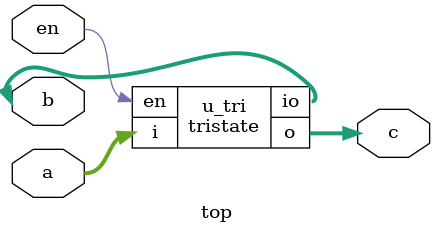
<source format=v>
module tristate (en, i, io, o);
    input en;
    input [3:0] i;
    inout [3:0] io;
    output [1:0] o;

    wire [3:0] io;

	assign 	io[1:0] = (en)? i[1:0] : 1'bZ;

    assign 	io[3:2] = (i[1:0])? en : 1'bZ;

    assign o = io[2:1];

endmodule


module top (
input en,
input [3:0] a,
inout [3:0] b,
output [1:0] c
);

tristate u_tri (
        .en (en ),
        .i (a ),
        .io (b ),
        .o (c )
    );

endmodule

</source>
